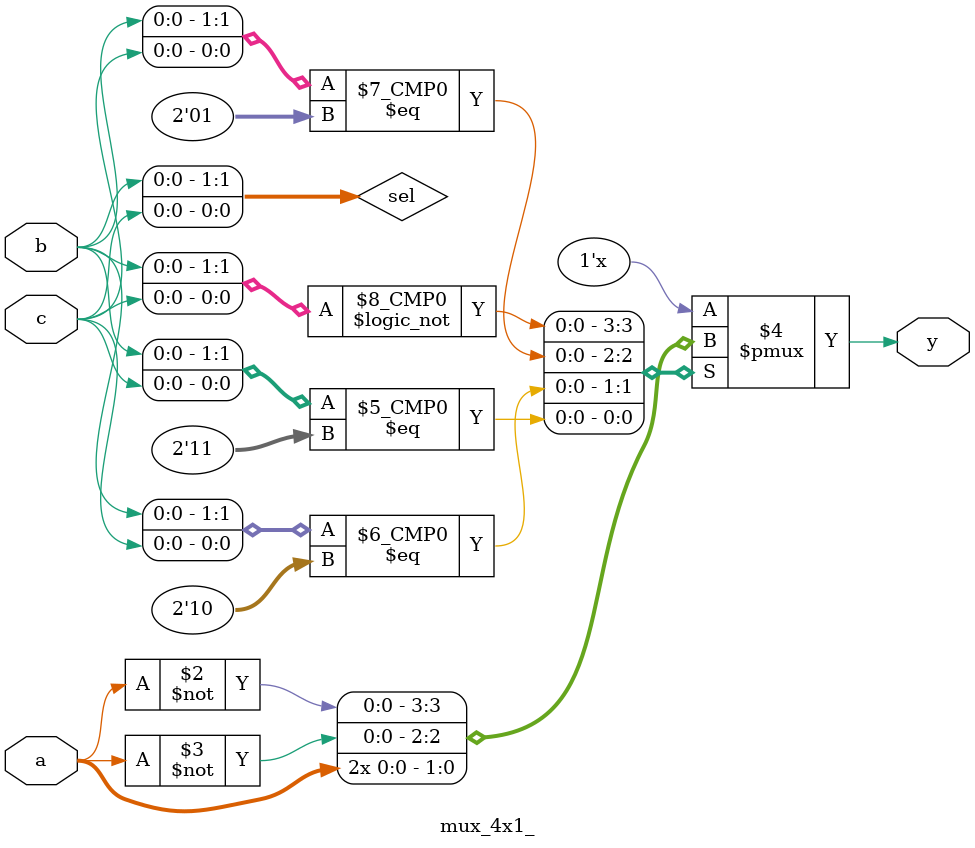
<source format=v>
`timescale 1ns / 1ps
 module mux_4x1_(
    input wire a,b,c,
	 output reg y
);
	wire [1:0]sel;
	assign sel={b,c};
	
 always@(*)
	begin
		case(sel)
			2'b00: y=~a;
			2'b01: y=~a;
			2'b10: y=a;
			2'b11: y=a;
		endcase
	end
	
endmodule


</source>
